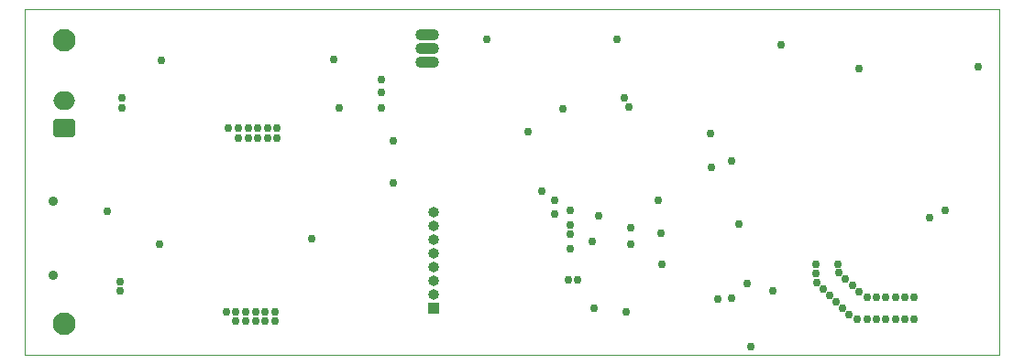
<source format=gbr>
%TF.GenerationSoftware,KiCad,Pcbnew,6.0.2+dfsg-1*%
%TF.CreationDate,2023-05-28T23:34:27+02:00*%
%TF.ProjectId,weather_station,77656174-6865-4725-9f73-746174696f6e,rev?*%
%TF.SameCoordinates,Original*%
%TF.FileFunction,Soldermask,Bot*%
%TF.FilePolarity,Negative*%
%FSLAX46Y46*%
G04 Gerber Fmt 4.6, Leading zero omitted, Abs format (unit mm)*
G04 Created by KiCad (PCBNEW 6.0.2+dfsg-1) date 2023-05-28 23:34:27*
%MOMM*%
%LPD*%
G01*
G04 APERTURE LIST*
G04 Aperture macros list*
%AMRoundRect*
0 Rectangle with rounded corners*
0 $1 Rounding radius*
0 $2 $3 $4 $5 $6 $7 $8 $9 X,Y pos of 4 corners*
0 Add a 4 corners polygon primitive as box body*
4,1,4,$2,$3,$4,$5,$6,$7,$8,$9,$2,$3,0*
0 Add four circle primitives for the rounded corners*
1,1,$1+$1,$2,$3*
1,1,$1+$1,$4,$5*
1,1,$1+$1,$6,$7*
1,1,$1+$1,$8,$9*
0 Add four rect primitives between the rounded corners*
20,1,$1+$1,$2,$3,$4,$5,0*
20,1,$1+$1,$4,$5,$6,$7,0*
20,1,$1+$1,$6,$7,$8,$9,0*
20,1,$1+$1,$8,$9,$2,$3,0*%
G04 Aperture macros list end*
%TA.AperFunction,Profile*%
%ADD10C,0.100000*%
%TD*%
%ADD11R,1.000000X1.000000*%
%ADD12O,1.000000X1.000000*%
%ADD13C,2.100000*%
%ADD14O,2.200000X1.100000*%
%ADD15RoundRect,0.250000X0.750000X-0.600000X0.750000X0.600000X-0.750000X0.600000X-0.750000X-0.600000X0*%
%ADD16O,2.000000X1.700000*%
%ADD17C,0.900000*%
%ADD18C,0.750000*%
G04 APERTURE END LIST*
D10*
X66600000Y-53600000D02*
X156600000Y-53600000D01*
X156600000Y-53600000D02*
X156600000Y-85600000D01*
X156600000Y-85600000D02*
X66600000Y-85600000D01*
X66600000Y-85600000D02*
X66600000Y-53600000D01*
D11*
%TO.C,J3*%
X104380000Y-81320000D03*
D12*
X104380000Y-80050000D03*
X104380000Y-78780000D03*
X104380000Y-77510000D03*
X104380000Y-76240000D03*
X104380000Y-74970000D03*
X104380000Y-73700000D03*
X104380000Y-72430000D03*
%TD*%
D13*
%TO.C,M1*%
X70250000Y-56500000D03*
%TD*%
D14*
%TO.C,U6*%
X103764508Y-58550000D03*
X103764508Y-57280000D03*
X103764508Y-56010000D03*
%TD*%
D15*
%TO.C,J1*%
X70225000Y-64600000D03*
D16*
X70225000Y-62100000D03*
%TD*%
D13*
%TO.C,M2*%
X70250000Y-82750000D03*
%TD*%
D17*
%TO.C,SW1*%
X69225000Y-78200000D03*
X69225000Y-71400000D03*
%TD*%
D18*
X121240000Y-56410000D03*
X88780132Y-82501675D03*
X145235716Y-82300000D03*
X154650000Y-58925000D03*
X87880132Y-82501675D03*
X140900000Y-80100000D03*
X140350000Y-79500000D03*
X75375000Y-79675000D03*
X119150000Y-81300000D03*
X86980132Y-81601675D03*
X143000000Y-79200000D03*
X86300000Y-65550000D03*
X88100000Y-65550000D03*
X75575000Y-61840000D03*
X89680132Y-81601675D03*
X88100000Y-64650000D03*
X93070000Y-74880000D03*
X75375000Y-78800000D03*
X142700000Y-81900000D03*
X146117858Y-82300000D03*
X147850000Y-80300000D03*
X116250000Y-62810000D03*
X88780132Y-81601675D03*
X86080132Y-82501675D03*
X125127701Y-71302299D03*
X89900000Y-65550000D03*
X135710000Y-79640000D03*
X147867858Y-82300000D03*
X85400000Y-64650000D03*
X144353574Y-82300000D03*
X146100000Y-80300000D03*
X78990000Y-75330000D03*
X143600000Y-79800000D03*
X89000000Y-65550000D03*
X139746432Y-78925000D03*
X85180132Y-81601675D03*
X144350000Y-80300000D03*
X89900000Y-64650000D03*
X141800000Y-78025000D03*
X145225000Y-80300000D03*
X89000000Y-64650000D03*
X79200000Y-58375000D03*
X148725000Y-80300000D03*
X146975000Y-80300000D03*
X87200000Y-65550000D03*
X87880132Y-81601675D03*
X148750000Y-82300000D03*
X139650000Y-77200000D03*
X99540000Y-60125000D03*
X89680132Y-82501675D03*
X122350000Y-62650000D03*
X141650000Y-77200000D03*
X86980132Y-82501675D03*
X143450000Y-82300000D03*
X147000000Y-82300000D03*
X130625000Y-80450000D03*
X139650000Y-78050000D03*
X74200000Y-72300000D03*
X142400000Y-78600000D03*
X109275000Y-56400000D03*
X133680000Y-84870000D03*
X136450000Y-56930000D03*
X142100000Y-81300000D03*
X86080132Y-81601675D03*
X75575000Y-62715000D03*
X87200000Y-64650000D03*
X122125000Y-81600000D03*
X86300000Y-64650000D03*
X141500000Y-80700000D03*
X113100000Y-64925000D03*
X100640000Y-69690000D03*
X121935339Y-61851777D03*
X114320000Y-70420000D03*
X100640000Y-65800000D03*
X122577501Y-75370678D03*
X132500000Y-73500000D03*
X116966589Y-74441589D03*
X118950000Y-75066089D03*
X116975000Y-75750000D03*
X116750000Y-78690000D03*
X117660000Y-78680000D03*
X125330000Y-74310000D03*
X133290000Y-78980000D03*
X131830000Y-80390000D03*
X125390000Y-77190000D03*
X129975000Y-68275000D03*
X116975000Y-72250000D03*
X116976790Y-73542144D03*
X131825000Y-67650500D03*
X115490000Y-72560000D03*
X129925000Y-65150000D03*
X115500000Y-71280000D03*
X143650000Y-59075000D03*
X122570000Y-73870000D03*
X150160000Y-72870000D03*
X151630000Y-72190000D03*
X119570000Y-72730000D03*
X99540000Y-61330000D03*
X95090000Y-58230000D03*
X95640000Y-62740000D03*
X99540000Y-62740000D03*
M02*

</source>
